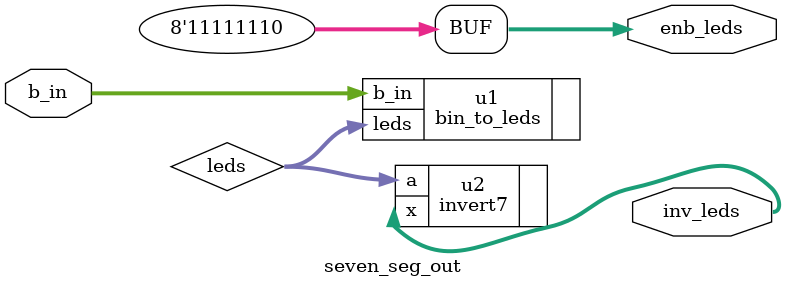
<source format=v>
`timescale 1ns / 1ps

module seven_seg_out(
    input [3:0] b_in,
    output [6:0] inv_leds,
    output [7:0] enb_leds 
    );
    
    wire [6:0] leds;

    assign enb_leds = 8'b11111110;

    bin_to_leds u1 (.b_in(b_in), .leds(leds));
    invert7 u2 (.a(leds), .x(inv_leds));
endmodule
</source>
